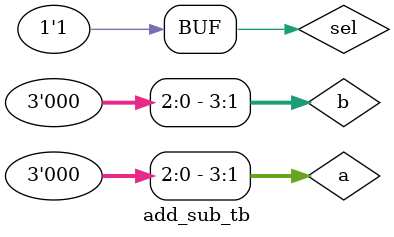
<source format=v>
module add_sub_dut (a,b,sel,out,c4);
    input [3:0]a,b;
    input sel;
    wire p,q,r,s;   
    wire [3:1]c;
    output c4;
    output [3:0]out;

    //xor of b inputs
    xor x1(p,b[0],sel);
    xor x2(q,b[1],sel);
    xor x3(r,b[2],sel);
    xor x4(s,b[3],sel);

    // assign p =b[0]^sel;
    // assign q =b[1]^sel;
    // assign r =b[2]^sel;
    // assign s =b[3]^sel;

    // // calling a full adder into this by structural
    full_adder_dut first(out[0],c[1],  a[0],p,sel);
    full_adder_dut second(out[1],c[2],  a[1],q,c[1]);
    full_adder_dut third(out[2],c[3],   a[2],r,c[2]);
    full_adder_dut fourth(out[3],c4,    a[3],s,c[3]);

    //
    // full_adder_dut first(out[0],c[1],a[0],~b[0],sel);
    // full_adder_dut second(out[1],c[2],a[1],~b[1],c[1]);
    // full_adder_dut third(out[2],c[3],a[2],~b[2],c[2]);
    // full_adder_dut fourth(out[3],c4,a[3],~b[3],c[3]);
endmodule

//tb
module add_sub_tb (
);
    reg [3:0]a,b;
    reg sel;
    // wire [4:1]c;
    wire c4;
    wire [3:0]out;

    initial begin
        #5;
        sel=0;
        a=4'd6;b=4'd3;#10;
        a=4'd7;b=4'd2;#10;
        sel=1;
        a=$random;b=$random;#10;
        a=$random;b=$random;#10;
        a=$random;b=$random;#10;
        a=$random;b=$random;#10;
        a=$random;b=$random;#10;
        a=$random;b=$random;#10;
        a=$random;b=$random;#10;
    end
    // initial begin
    //     a=4'b0000;
    //     b=4'b0000;
    // end
    // always #10 b=b + 1'b1;
    // always #20 a=a + 1'b1;

    add_sub_dut kk(a,b,sel,out,c4);
endmodule

</source>
